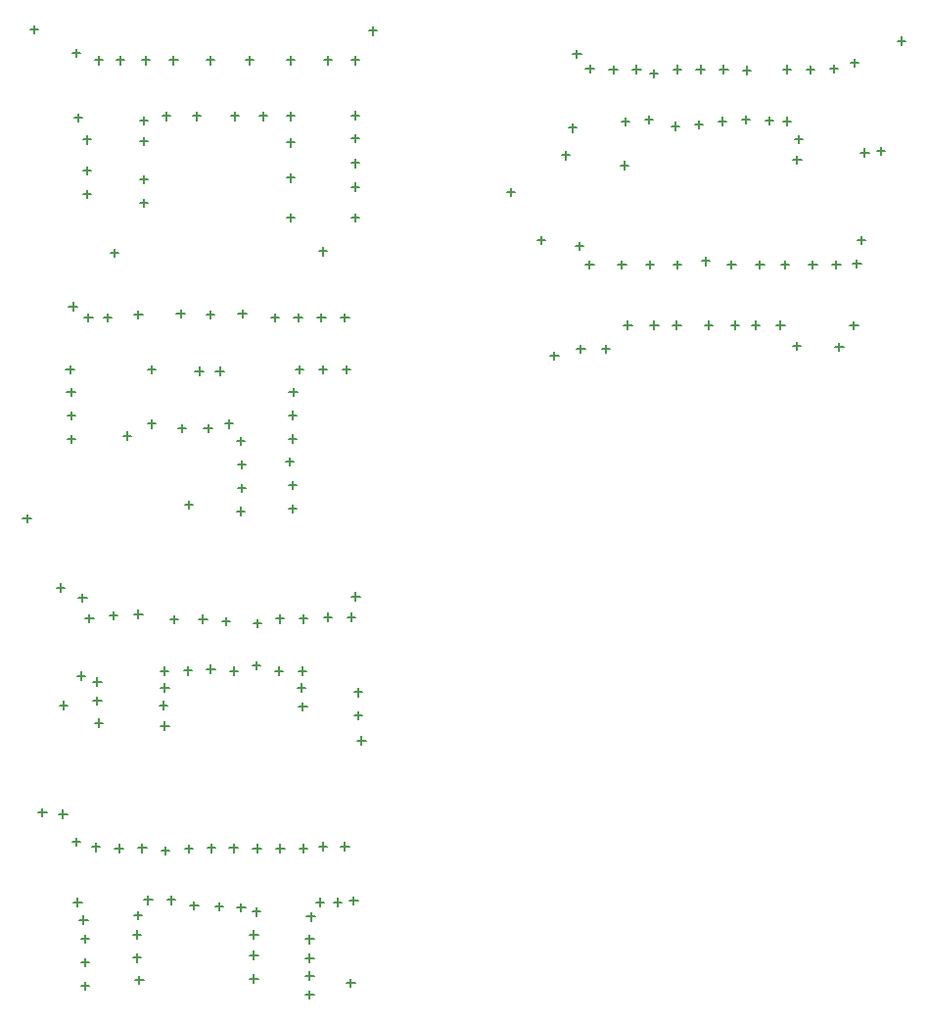
<source format=gbr>
%TF.GenerationSoftware,Altium Limited,Altium Designer,20.0.10 (225)*%
G04 Layer_Color=128*
%FSLAX26Y26*%
%MOIN*%
%TF.FileFunction,Drillmap*%
%TF.Part,CustomerPanel*%
G01*
G75*
%TA.AperFunction,NonConductor*%
%ADD32C,0.005000*%
D32*
X3285884Y3275906D02*
X3313884D01*
X3299884Y3261906D02*
Y3289906D01*
X3355884Y3650906D02*
X3383884D01*
X3369884Y3636906D02*
Y3664906D01*
X3195884Y3575906D02*
X3223884D01*
X3209884Y3561906D02*
Y3589906D01*
X2250884Y3605906D02*
X2278884D01*
X2264884Y3591906D02*
Y3619906D01*
X2235968Y3355000D02*
X2263968D01*
X2249968Y3341000D02*
Y3369000D01*
X3000884Y3245906D02*
X3028884D01*
X3014884Y3231906D02*
Y3259906D01*
X3230884Y3270906D02*
X3258884D01*
X3244884Y3256906D02*
Y3284906D01*
X2212243Y3261453D02*
X2240243D01*
X2226243Y3247453D02*
Y3275453D01*
X2413133Y3227710D02*
X2441133D01*
X2427133Y3213710D02*
Y3241710D01*
X2830240Y3550753D02*
X2858240D01*
X2844240Y3536753D02*
Y3564753D01*
X2750794Y3554357D02*
X2778794D01*
X2764794Y3540357D02*
Y3568357D01*
X2671267Y3554357D02*
X2699267D01*
X2685267Y3540357D02*
Y3568357D01*
X2591739Y3554280D02*
X2619739D01*
X2605739Y3540280D02*
Y3568280D01*
X2513452Y3540286D02*
X2541452D01*
X2527452Y3526286D02*
Y3554286D01*
X2585884Y3360906D02*
X2613884D01*
X2599884Y3346906D02*
Y3374906D01*
X2665884Y3365906D02*
X2693884D01*
X2679884Y3351906D02*
Y3379906D01*
X2746380Y3377915D02*
X2774380D01*
X2760380Y3363915D02*
Y3391915D01*
X2825706Y3383579D02*
X2853706D01*
X2839706Y3369579D02*
Y3397579D01*
X2905119Y3379317D02*
X2933119D01*
X2919119Y3365317D02*
Y3393317D01*
X2453794Y3554357D02*
X2481794D01*
X2467794Y3540357D02*
Y3568357D01*
X2374269Y3553748D02*
X2402269D01*
X2388269Y3539748D02*
Y3567748D01*
X2294805Y3556937D02*
X2322805D01*
X2308805Y3542937D02*
Y3570937D01*
X2416393Y3377000D02*
X2444393D01*
X2430393Y3363000D02*
Y3391000D01*
X2495756Y3382109D02*
X2523756D01*
X2509756Y3368109D02*
Y3396109D01*
X3125106Y3556937D02*
X3153106D01*
X3139106Y3542937D02*
Y3570937D01*
X3045643Y3553748D02*
X3073643D01*
X3059643Y3539748D02*
Y3567748D01*
X2966118Y3554357D02*
X2994118D01*
X2980118Y3540357D02*
Y3568357D01*
X2966232Y3377454D02*
X2994232D01*
X2980232Y3363454D02*
Y3391454D01*
X2025884Y3135906D02*
X2053884D01*
X2039884Y3121906D02*
Y3149906D01*
X3005884Y3315906D02*
X3033884D01*
X3019884Y3301906D02*
Y3329906D01*
X1517417Y1270748D02*
X1545417D01*
X1531417Y1256748D02*
Y1284748D01*
X1497417Y1760748D02*
X1525417D01*
X1511417Y1746748D02*
Y1774748D01*
X1482417Y1690748D02*
X1510417D01*
X1496417Y1676748D02*
Y1704748D01*
X1402417Y1690748D02*
X1430417D01*
X1416417Y1676748D02*
Y1704748D01*
X502417Y1390748D02*
X530417D01*
X516417Y1376748D02*
Y1404748D01*
X567417Y1755748D02*
X595417D01*
X581417Y1741748D02*
Y1769748D01*
X492417Y1790748D02*
X520417D01*
X506417Y1776748D02*
Y1804748D01*
X590264Y1685489D02*
X618264D01*
X604264Y1671489D02*
Y1699489D01*
X562417Y1490748D02*
X590417D01*
X576417Y1476748D02*
Y1504748D01*
X617417Y1470748D02*
X645417D01*
X631417Y1456748D02*
Y1484748D01*
X842417Y1390748D02*
X870417D01*
X856417Y1376748D02*
Y1404748D01*
X617417Y1405748D02*
X645417D01*
X631417Y1391748D02*
Y1419748D01*
X622417Y1330748D02*
X650417D01*
X636417Y1316748D02*
Y1344748D01*
X847417Y1320748D02*
X875417D01*
X861417Y1306748D02*
Y1334748D01*
X1317417Y1385748D02*
X1345417D01*
X1331417Y1371748D02*
Y1399748D01*
X1505792Y1355290D02*
X1533792D01*
X1519792Y1341290D02*
Y1369290D01*
X1505792Y1434818D02*
X1533792D01*
X1519792Y1420818D02*
Y1448818D01*
X1056646Y1676906D02*
X1084646D01*
X1070646Y1662906D02*
Y1690906D01*
X977453Y1684200D02*
X1005453D01*
X991453Y1670200D02*
Y1698200D01*
X924940Y1508478D02*
X952940D01*
X938940Y1494478D02*
Y1522478D01*
X1004235Y1514558D02*
X1032235D01*
X1018235Y1500558D02*
Y1528558D01*
X1083430Y1507296D02*
X1111430D01*
X1097430Y1493296D02*
Y1521296D01*
X757417Y1700748D02*
X785417D01*
X771417Y1686748D02*
Y1714748D01*
X672417Y1695748D02*
X700417D01*
X686417Y1681748D02*
Y1709748D01*
X847417Y1450748D02*
X875417D01*
X861417Y1436748D02*
Y1464748D01*
X845904Y1507296D02*
X873904D01*
X859904Y1493296D02*
Y1521296D01*
X880058Y1682997D02*
X908058D01*
X894058Y1668997D02*
Y1696997D01*
X1319433Y1684654D02*
X1347433D01*
X1333433Y1670654D02*
Y1698654D01*
X1239905Y1684654D02*
X1267905D01*
X1253905Y1670654D02*
Y1698654D01*
X1161809Y1669632D02*
X1189809D01*
X1175809Y1655632D02*
Y1683632D01*
X1159097Y1525785D02*
X1187097D01*
X1173097Y1511785D02*
Y1539785D01*
X1236445Y1507296D02*
X1264445D01*
X1250445Y1493296D02*
Y1521296D01*
X1315970Y1507906D02*
X1343970D01*
X1329970Y1493906D02*
Y1521906D01*
X1312417Y1450748D02*
X1340417D01*
X1326417Y1436748D02*
Y1464748D01*
X719307Y2307638D02*
X747307D01*
X733307Y2293638D02*
Y2321638D01*
X534307Y2747638D02*
X562307D01*
X548307Y2733638D02*
Y2761638D01*
X524307Y2532638D02*
X552307D01*
X538307Y2518638D02*
Y2546638D01*
X1221707Y2710299D02*
X1249707D01*
X1235707Y2696299D02*
Y2724299D01*
X1301234Y2710299D02*
X1329234D01*
X1315234Y2696299D02*
Y2724299D01*
X1380762Y2710299D02*
X1408762D01*
X1394762Y2696299D02*
Y2724299D01*
X1460290Y2710299D02*
X1488290D01*
X1474290Y2696299D02*
Y2724299D01*
X1111492Y2723774D02*
X1139492D01*
X1125492Y2709774D02*
Y2737774D01*
X1002555Y2719401D02*
X1030555D01*
X1016555Y2705401D02*
Y2733401D01*
X1034307Y2527638D02*
X1062307D01*
X1048307Y2513638D02*
Y2541638D01*
X964307Y2527638D02*
X992307D01*
X978307Y2513638D02*
Y2541638D01*
X905798Y2333479D02*
X933798D01*
X919798Y2319479D02*
Y2347479D01*
X994307Y2332638D02*
X1022307D01*
X1008307Y2318638D02*
Y2346638D01*
X1065320Y2348474D02*
X1093320D01*
X1079320Y2334474D02*
Y2362474D01*
X801649Y2348551D02*
X829649D01*
X815649Y2334551D02*
Y2362551D01*
X757482Y2719436D02*
X785482D01*
X771482Y2705436D02*
Y2733436D01*
X801649Y2533551D02*
X829649D01*
X815649Y2519551D02*
Y2547551D01*
X901492Y2723774D02*
X929492D01*
X915492Y2709774D02*
Y2737774D01*
X1105855Y2289145D02*
X1133855D01*
X1119855Y2275145D02*
Y2303145D01*
X1109179Y2209687D02*
X1137179D01*
X1123179Y2195687D02*
Y2223687D01*
X1109924Y2130163D02*
X1137924D01*
X1123924Y2116163D02*
Y2144163D01*
X1105855Y2050739D02*
X1133855D01*
X1119855Y2036739D02*
Y2064739D01*
X1282759Y2060299D02*
X1310759D01*
X1296759Y2046299D02*
Y2074299D01*
X1281917Y2139822D02*
X1309917D01*
X1295917Y2125822D02*
Y2153822D01*
X1273556Y2218909D02*
X1301556D01*
X1287556Y2204909D02*
Y2232909D01*
X1283213Y2297849D02*
X1311213D01*
X1297213Y2283849D02*
Y2311849D01*
X1283213Y2377376D02*
X1311213D01*
X1297213Y2363376D02*
Y2391376D01*
X1284886Y2456886D02*
X1312886D01*
X1298886Y2442886D02*
Y2470886D01*
X1306031Y2533551D02*
X1334031D01*
X1320031Y2519551D02*
Y2547551D01*
X1385558Y2533551D02*
X1413558D01*
X1399558Y2519551D02*
Y2547551D01*
X1465086Y2533551D02*
X1493086D01*
X1479086Y2519551D02*
Y2547551D01*
X587232Y2710299D02*
X615232D01*
X601232Y2696299D02*
Y2724299D01*
X527902Y2455585D02*
X555902D01*
X541902Y2441585D02*
Y2469585D01*
X529005Y2376065D02*
X557005D01*
X543005Y2362065D02*
Y2390065D01*
X529005Y2296537D02*
X557005D01*
X543005Y2282537D02*
Y2310537D01*
X653050Y2709174D02*
X681050D01*
X667050Y2695174D02*
Y2723174D01*
X377721Y2026446D02*
X405721D01*
X391721Y2012446D02*
Y2040446D01*
X929307Y2072638D02*
X957307D01*
X943307Y2058638D02*
Y2086638D01*
X2688798Y2901358D02*
X2716798D01*
X2702798Y2887358D02*
Y2915358D01*
X2998798Y2613740D02*
X3026798D01*
X3012798Y2599740D02*
Y2627740D01*
X3193798Y2683740D02*
X3221798D01*
X3207798Y2669740D02*
Y2697740D01*
X3218798Y2973740D02*
X3246798D01*
X3232798Y2959740D02*
Y2987740D01*
X3203798Y2893740D02*
X3231798D01*
X3217798Y2879740D02*
Y2907740D01*
X2128798Y2973740D02*
X2156798D01*
X2142798Y2959740D02*
Y2987740D01*
X2258798Y2953740D02*
X2286798D01*
X2272798Y2939740D02*
Y2967740D01*
X2263798Y2603740D02*
X2291798D01*
X2277798Y2589740D02*
Y2617740D01*
X2348798Y2603740D02*
X2376798D01*
X2362798Y2589740D02*
Y2617740D01*
X2293798Y2888740D02*
X2321798D01*
X2307798Y2874740D02*
Y2902740D01*
X2403798Y2888740D02*
X2431798D01*
X2417798Y2874740D02*
Y2902740D01*
X2423798Y2684615D02*
X2451798D01*
X2437798Y2670615D02*
Y2698615D01*
X2513798Y2684615D02*
X2541798D01*
X2527798Y2670615D02*
Y2698615D01*
X2498798Y2888740D02*
X2526798D01*
X2512798Y2874740D02*
Y2902740D01*
X2788798Y2684615D02*
X2816798D01*
X2802798Y2670615D02*
Y2698615D01*
X2592967Y2888740D02*
X2620967D01*
X2606967Y2874740D02*
Y2902740D01*
X2590654Y2684615D02*
X2618654D01*
X2604654Y2670615D02*
Y2698615D01*
X2698798Y2684615D02*
X2726798D01*
X2712798Y2670615D02*
Y2698615D01*
X2858798Y2684615D02*
X2886798D01*
X2872798Y2670615D02*
Y2698615D01*
X2777541Y2888740D02*
X2805541D01*
X2791541Y2874740D02*
Y2902740D01*
X3133798Y2888740D02*
X3161798D01*
X3147798Y2874740D02*
Y2902740D01*
X3053798Y2888740D02*
X3081798D01*
X3067798Y2874740D02*
Y2902740D01*
X2960130Y2888740D02*
X2988130D01*
X2974130Y2874740D02*
Y2902740D01*
X2873798Y2888740D02*
X2901798D01*
X2887798Y2874740D02*
Y2902740D01*
X2943798Y2684615D02*
X2971798D01*
X2957798Y2670615D02*
Y2698615D01*
X3143798Y2608740D02*
X3171798D01*
X3157798Y2594740D02*
Y2622740D01*
X2173798Y2578740D02*
X2201798D01*
X2187798Y2564740D02*
Y2592740D01*
X1490606Y725748D02*
X1518606D01*
X1504606Y711748D02*
Y739748D01*
X1435606Y720748D02*
X1463606D01*
X1449606Y706748D02*
Y734748D01*
X1460606Y910748D02*
X1488606D01*
X1474606Y896748D02*
Y924748D01*
X1240549Y904374D02*
X1268549D01*
X1254549Y890374D02*
Y918374D01*
X1320076Y904358D02*
X1348076D01*
X1334076Y890358D02*
Y918358D01*
X1385606Y910748D02*
X1413606D01*
X1399606Y896748D02*
Y924748D01*
X1375606Y720748D02*
X1403606D01*
X1389606Y706748D02*
Y734748D01*
X1159347Y688185D02*
X1187347D01*
X1173347Y674185D02*
Y702185D01*
X1480606Y445748D02*
X1508606D01*
X1494606Y431748D02*
Y459748D01*
X1150606Y460748D02*
X1178606D01*
X1164606Y446748D02*
Y474748D01*
X1006698Y904665D02*
X1034698D01*
X1020698Y890665D02*
Y918665D01*
X1150606Y540748D02*
X1178606D01*
X1164606Y526748D02*
Y554748D01*
X1150606Y610748D02*
X1178606D01*
X1164606Y596748D02*
Y624748D01*
X611680Y908366D02*
X639680D01*
X625680Y894366D02*
Y922366D01*
X550606Y720748D02*
X578606D01*
X564606Y706748D02*
Y734748D01*
X430606Y1025748D02*
X458606D01*
X444606Y1011748D02*
Y1039748D01*
X500606Y1020748D02*
X528606D01*
X514606Y1006748D02*
Y1034748D01*
X752798Y531726D02*
X780798D01*
X766798Y517726D02*
Y545726D01*
X752798Y611254D02*
X780798D01*
X766798Y597254D02*
Y625254D01*
X576676Y595679D02*
X604676D01*
X590676Y581679D02*
Y609679D01*
X575895Y516156D02*
X603895D01*
X589895Y502156D02*
Y530156D01*
X575895Y436628D02*
X603895D01*
X589895Y422628D02*
Y450628D01*
X760606Y455748D02*
X788606D01*
X774606Y441748D02*
Y469748D01*
X1340606Y470748D02*
X1368606D01*
X1354606Y456748D02*
Y484748D01*
X1340606Y530748D02*
X1368606D01*
X1354606Y516748D02*
Y544748D01*
X1340872Y595077D02*
X1368872D01*
X1354872Y581077D02*
Y609077D01*
X1340606Y405748D02*
X1368606D01*
X1354606Y391748D02*
Y419748D01*
X1344783Y671494D02*
X1372783D01*
X1358783Y657494D02*
Y685494D01*
X1161021Y904488D02*
X1189021D01*
X1175021Y890488D02*
Y918488D01*
X1081495Y904967D02*
X1109495D01*
X1095495Y890967D02*
Y918967D01*
X929024Y903952D02*
X957024D01*
X943024Y889952D02*
Y917952D01*
X849829Y896691D02*
X877829D01*
X863829Y882691D02*
Y910691D01*
X770733Y904967D02*
X798733D01*
X784733Y890967D02*
Y918967D01*
X691208Y904358D02*
X719208D01*
X705208Y890358D02*
Y918358D01*
X545606Y925748D02*
X573606D01*
X559606Y911748D02*
Y939748D01*
X570606Y660748D02*
X598606D01*
X584606Y646748D02*
Y674748D01*
X755606Y675748D02*
X783606D01*
X769606Y661748D02*
Y689748D01*
X790552Y728064D02*
X818552D01*
X804552Y714064D02*
Y742064D01*
X870079Y728331D02*
X898079D01*
X884079Y714331D02*
Y742331D01*
X947237Y708962D02*
X975237D01*
X961237Y694962D02*
Y722962D01*
X1032351Y706556D02*
X1060351D01*
X1046351Y692556D02*
Y720556D01*
X1107570Y703456D02*
X1135570D01*
X1121570Y689456D02*
Y717456D01*
X401591Y3690118D02*
X429591D01*
X415591Y3676118D02*
Y3704118D01*
X1496591Y3397500D02*
X1524591D01*
X1510591Y3383500D02*
Y3411500D01*
X1403264Y3585118D02*
X1431264D01*
X1417264Y3571118D02*
Y3599118D01*
X1496591Y3585118D02*
X1524591D01*
X1510591Y3571118D02*
Y3599118D01*
X551591Y3390118D02*
X579591D01*
X565591Y3376118D02*
Y3404118D01*
X1556591Y3685118D02*
X1584591D01*
X1570591Y3671118D02*
Y3699118D01*
X1276591Y3395118D02*
X1304591D01*
X1290591Y3381118D02*
Y3409118D01*
X776591Y3180118D02*
X804591D01*
X790591Y3166118D02*
Y3194118D01*
X776591Y3100118D02*
X804591D01*
X790591Y3086118D02*
Y3114118D01*
X581591Y3130118D02*
X609591D01*
X595591Y3116118D02*
Y3144118D01*
X581591Y3210118D02*
X609591D01*
X595591Y3196118D02*
Y3224118D01*
X1496591Y3235118D02*
X1524591D01*
X1510591Y3221118D02*
Y3249118D01*
X1496591Y3154203D02*
X1524591D01*
X1510591Y3140203D02*
Y3168203D01*
X1276591Y3049445D02*
X1304591D01*
X1290591Y3035445D02*
Y3063445D01*
X1496591Y3049445D02*
X1524591D01*
X1510591Y3035445D02*
Y3063445D01*
X1276591Y3185003D02*
X1304591D01*
X1290591Y3171003D02*
Y3199003D01*
X1276591Y3305118D02*
X1304591D01*
X1290591Y3291118D02*
Y3319118D01*
X1001591Y3585118D02*
X1029591D01*
X1015591Y3571118D02*
Y3599118D01*
X956591Y3395118D02*
X984591D01*
X970591Y3381118D02*
Y3409118D01*
X1085975Y3395118D02*
X1113975D01*
X1099975Y3381118D02*
Y3409118D01*
X1136591Y3585118D02*
X1164591D01*
X1150591Y3571118D02*
Y3599118D01*
X581591Y3315118D02*
X609591D01*
X595591Y3301118D02*
Y3329118D01*
X776591Y3310118D02*
X804591D01*
X790591Y3296118D02*
Y3324118D01*
X1276591Y3585118D02*
X1304591D01*
X1290591Y3571118D02*
Y3599118D01*
X1181591Y3395118D02*
X1209591D01*
X1195591Y3381118D02*
Y3409118D01*
X1496591Y3320118D02*
X1524591D01*
X1510591Y3306118D02*
Y3334118D01*
X546591Y3610118D02*
X574591D01*
X560591Y3596118D02*
Y3624118D01*
X776591Y3380118D02*
X804591D01*
X790591Y3366118D02*
Y3394118D01*
X851591Y3395118D02*
X879591D01*
X865591Y3381118D02*
Y3409118D01*
X877016Y3585118D02*
X905016D01*
X891016Y3571118D02*
Y3599118D01*
X783138Y3585118D02*
X811138D01*
X797138Y3571118D02*
Y3599118D01*
X696591Y3585118D02*
X724591D01*
X710591Y3571118D02*
Y3599118D01*
X621591Y3585118D02*
X649591D01*
X635591Y3571118D02*
Y3599118D01*
X1386591Y2935118D02*
X1414591D01*
X1400591Y2921118D02*
Y2949118D01*
X676591Y2930118D02*
X704591D01*
X690591Y2916118D02*
Y2944118D01*
%TF.MD5,ada369019c870805f06ef8a18ef2c82a*%
M02*

</source>
